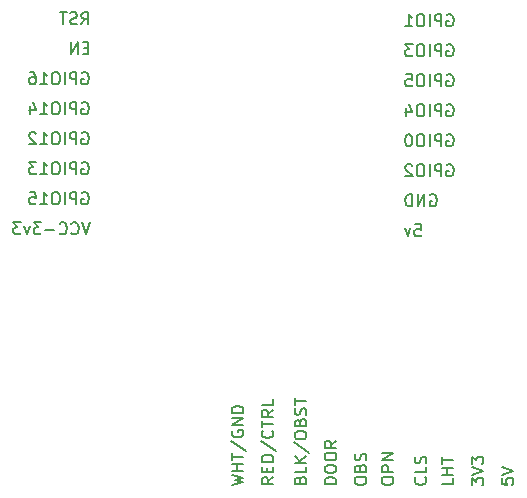
<source format=gbo>
%TF.GenerationSoftware,KiCad,Pcbnew,7.0.8*%
%TF.CreationDate,2023-11-02T17:35:01-07:00*%
%TF.ProjectId,RatGDO-OpenSource-D1Mini-ESP8266,52617447-444f-42d4-9f70-656e536f7572,rev?*%
%TF.SameCoordinates,Original*%
%TF.FileFunction,Legend,Bot*%
%TF.FilePolarity,Positive*%
%FSLAX46Y46*%
G04 Gerber Fmt 4.6, Leading zero omitted, Abs format (unit mm)*
G04 Created by KiCad (PCBNEW 7.0.8) date 2023-11-02 17:35:01*
%MOMM*%
%LPD*%
G01*
G04 APERTURE LIST*
%ADD10C,0.150000*%
G04 APERTURE END LIST*
D10*
X143125819Y-104755792D02*
X142649628Y-105089125D01*
X143125819Y-105327220D02*
X142125819Y-105327220D01*
X142125819Y-105327220D02*
X142125819Y-104946268D01*
X142125819Y-104946268D02*
X142173438Y-104851030D01*
X142173438Y-104851030D02*
X142221057Y-104803411D01*
X142221057Y-104803411D02*
X142316295Y-104755792D01*
X142316295Y-104755792D02*
X142459152Y-104755792D01*
X142459152Y-104755792D02*
X142554390Y-104803411D01*
X142554390Y-104803411D02*
X142602009Y-104851030D01*
X142602009Y-104851030D02*
X142649628Y-104946268D01*
X142649628Y-104946268D02*
X142649628Y-105327220D01*
X142602009Y-104327220D02*
X142602009Y-103993887D01*
X143125819Y-103851030D02*
X143125819Y-104327220D01*
X143125819Y-104327220D02*
X142125819Y-104327220D01*
X142125819Y-104327220D02*
X142125819Y-103851030D01*
X143125819Y-103422458D02*
X142125819Y-103422458D01*
X142125819Y-103422458D02*
X142125819Y-103184363D01*
X142125819Y-103184363D02*
X142173438Y-103041506D01*
X142173438Y-103041506D02*
X142268676Y-102946268D01*
X142268676Y-102946268D02*
X142363914Y-102898649D01*
X142363914Y-102898649D02*
X142554390Y-102851030D01*
X142554390Y-102851030D02*
X142697247Y-102851030D01*
X142697247Y-102851030D02*
X142887723Y-102898649D01*
X142887723Y-102898649D02*
X142982961Y-102946268D01*
X142982961Y-102946268D02*
X143078200Y-103041506D01*
X143078200Y-103041506D02*
X143125819Y-103184363D01*
X143125819Y-103184363D02*
X143125819Y-103422458D01*
X142078200Y-101708173D02*
X143363914Y-102565315D01*
X143030580Y-100803411D02*
X143078200Y-100851030D01*
X143078200Y-100851030D02*
X143125819Y-100993887D01*
X143125819Y-100993887D02*
X143125819Y-101089125D01*
X143125819Y-101089125D02*
X143078200Y-101231982D01*
X143078200Y-101231982D02*
X142982961Y-101327220D01*
X142982961Y-101327220D02*
X142887723Y-101374839D01*
X142887723Y-101374839D02*
X142697247Y-101422458D01*
X142697247Y-101422458D02*
X142554390Y-101422458D01*
X142554390Y-101422458D02*
X142363914Y-101374839D01*
X142363914Y-101374839D02*
X142268676Y-101327220D01*
X142268676Y-101327220D02*
X142173438Y-101231982D01*
X142173438Y-101231982D02*
X142125819Y-101089125D01*
X142125819Y-101089125D02*
X142125819Y-100993887D01*
X142125819Y-100993887D02*
X142173438Y-100851030D01*
X142173438Y-100851030D02*
X142221057Y-100803411D01*
X142125819Y-100517696D02*
X142125819Y-99946268D01*
X143125819Y-100231982D02*
X142125819Y-100231982D01*
X143125819Y-99041506D02*
X142649628Y-99374839D01*
X143125819Y-99612934D02*
X142125819Y-99612934D01*
X142125819Y-99612934D02*
X142125819Y-99231982D01*
X142125819Y-99231982D02*
X142173438Y-99136744D01*
X142173438Y-99136744D02*
X142221057Y-99089125D01*
X142221057Y-99089125D02*
X142316295Y-99041506D01*
X142316295Y-99041506D02*
X142459152Y-99041506D01*
X142459152Y-99041506D02*
X142554390Y-99089125D01*
X142554390Y-99089125D02*
X142602009Y-99136744D01*
X142602009Y-99136744D02*
X142649628Y-99231982D01*
X142649628Y-99231982D02*
X142649628Y-99612934D01*
X143125819Y-98136744D02*
X143125819Y-98612934D01*
X143125819Y-98612934D02*
X142125819Y-98612934D01*
X158365819Y-104851030D02*
X158365819Y-105327220D01*
X158365819Y-105327220D02*
X157365819Y-105327220D01*
X158365819Y-104517696D02*
X157365819Y-104517696D01*
X157842009Y-104517696D02*
X157842009Y-103946268D01*
X158365819Y-103946268D02*
X157365819Y-103946268D01*
X157365819Y-103612934D02*
X157365819Y-103041506D01*
X158365819Y-103327220D02*
X157365819Y-103327220D01*
X162445819Y-104851030D02*
X162445819Y-105327220D01*
X162445819Y-105327220D02*
X162922009Y-105374839D01*
X162922009Y-105374839D02*
X162874390Y-105327220D01*
X162874390Y-105327220D02*
X162826771Y-105231982D01*
X162826771Y-105231982D02*
X162826771Y-104993887D01*
X162826771Y-104993887D02*
X162874390Y-104898649D01*
X162874390Y-104898649D02*
X162922009Y-104851030D01*
X162922009Y-104851030D02*
X163017247Y-104803411D01*
X163017247Y-104803411D02*
X163255342Y-104803411D01*
X163255342Y-104803411D02*
X163350580Y-104851030D01*
X163350580Y-104851030D02*
X163398200Y-104898649D01*
X163398200Y-104898649D02*
X163445819Y-104993887D01*
X163445819Y-104993887D02*
X163445819Y-105231982D01*
X163445819Y-105231982D02*
X163398200Y-105327220D01*
X163398200Y-105327220D02*
X163350580Y-105374839D01*
X162445819Y-104517696D02*
X163445819Y-104184363D01*
X163445819Y-104184363D02*
X162445819Y-103851030D01*
X148459819Y-105327220D02*
X147459819Y-105327220D01*
X147459819Y-105327220D02*
X147459819Y-105089125D01*
X147459819Y-105089125D02*
X147507438Y-104946268D01*
X147507438Y-104946268D02*
X147602676Y-104851030D01*
X147602676Y-104851030D02*
X147697914Y-104803411D01*
X147697914Y-104803411D02*
X147888390Y-104755792D01*
X147888390Y-104755792D02*
X148031247Y-104755792D01*
X148031247Y-104755792D02*
X148221723Y-104803411D01*
X148221723Y-104803411D02*
X148316961Y-104851030D01*
X148316961Y-104851030D02*
X148412200Y-104946268D01*
X148412200Y-104946268D02*
X148459819Y-105089125D01*
X148459819Y-105089125D02*
X148459819Y-105327220D01*
X147459819Y-104136744D02*
X147459819Y-103946268D01*
X147459819Y-103946268D02*
X147507438Y-103851030D01*
X147507438Y-103851030D02*
X147602676Y-103755792D01*
X147602676Y-103755792D02*
X147793152Y-103708173D01*
X147793152Y-103708173D02*
X148126485Y-103708173D01*
X148126485Y-103708173D02*
X148316961Y-103755792D01*
X148316961Y-103755792D02*
X148412200Y-103851030D01*
X148412200Y-103851030D02*
X148459819Y-103946268D01*
X148459819Y-103946268D02*
X148459819Y-104136744D01*
X148459819Y-104136744D02*
X148412200Y-104231982D01*
X148412200Y-104231982D02*
X148316961Y-104327220D01*
X148316961Y-104327220D02*
X148126485Y-104374839D01*
X148126485Y-104374839D02*
X147793152Y-104374839D01*
X147793152Y-104374839D02*
X147602676Y-104327220D01*
X147602676Y-104327220D02*
X147507438Y-104231982D01*
X147507438Y-104231982D02*
X147459819Y-104136744D01*
X147459819Y-103089125D02*
X147459819Y-102898649D01*
X147459819Y-102898649D02*
X147507438Y-102803411D01*
X147507438Y-102803411D02*
X147602676Y-102708173D01*
X147602676Y-102708173D02*
X147793152Y-102660554D01*
X147793152Y-102660554D02*
X148126485Y-102660554D01*
X148126485Y-102660554D02*
X148316961Y-102708173D01*
X148316961Y-102708173D02*
X148412200Y-102803411D01*
X148412200Y-102803411D02*
X148459819Y-102898649D01*
X148459819Y-102898649D02*
X148459819Y-103089125D01*
X148459819Y-103089125D02*
X148412200Y-103184363D01*
X148412200Y-103184363D02*
X148316961Y-103279601D01*
X148316961Y-103279601D02*
X148126485Y-103327220D01*
X148126485Y-103327220D02*
X147793152Y-103327220D01*
X147793152Y-103327220D02*
X147602676Y-103279601D01*
X147602676Y-103279601D02*
X147507438Y-103184363D01*
X147507438Y-103184363D02*
X147459819Y-103089125D01*
X148459819Y-101660554D02*
X147983628Y-101993887D01*
X148459819Y-102231982D02*
X147459819Y-102231982D01*
X147459819Y-102231982D02*
X147459819Y-101851030D01*
X147459819Y-101851030D02*
X147507438Y-101755792D01*
X147507438Y-101755792D02*
X147555057Y-101708173D01*
X147555057Y-101708173D02*
X147650295Y-101660554D01*
X147650295Y-101660554D02*
X147793152Y-101660554D01*
X147793152Y-101660554D02*
X147888390Y-101708173D01*
X147888390Y-101708173D02*
X147936009Y-101755792D01*
X147936009Y-101755792D02*
X147983628Y-101851030D01*
X147983628Y-101851030D02*
X147983628Y-102231982D01*
X152285819Y-105136744D02*
X152285819Y-104946268D01*
X152285819Y-104946268D02*
X152333438Y-104851030D01*
X152333438Y-104851030D02*
X152428676Y-104755792D01*
X152428676Y-104755792D02*
X152619152Y-104708173D01*
X152619152Y-104708173D02*
X152952485Y-104708173D01*
X152952485Y-104708173D02*
X153142961Y-104755792D01*
X153142961Y-104755792D02*
X153238200Y-104851030D01*
X153238200Y-104851030D02*
X153285819Y-104946268D01*
X153285819Y-104946268D02*
X153285819Y-105136744D01*
X153285819Y-105136744D02*
X153238200Y-105231982D01*
X153238200Y-105231982D02*
X153142961Y-105327220D01*
X153142961Y-105327220D02*
X152952485Y-105374839D01*
X152952485Y-105374839D02*
X152619152Y-105374839D01*
X152619152Y-105374839D02*
X152428676Y-105327220D01*
X152428676Y-105327220D02*
X152333438Y-105231982D01*
X152333438Y-105231982D02*
X152285819Y-105136744D01*
X153285819Y-104279601D02*
X152285819Y-104279601D01*
X152285819Y-104279601D02*
X152285819Y-103898649D01*
X152285819Y-103898649D02*
X152333438Y-103803411D01*
X152333438Y-103803411D02*
X152381057Y-103755792D01*
X152381057Y-103755792D02*
X152476295Y-103708173D01*
X152476295Y-103708173D02*
X152619152Y-103708173D01*
X152619152Y-103708173D02*
X152714390Y-103755792D01*
X152714390Y-103755792D02*
X152762009Y-103803411D01*
X152762009Y-103803411D02*
X152809628Y-103898649D01*
X152809628Y-103898649D02*
X152809628Y-104279601D01*
X153285819Y-103279601D02*
X152285819Y-103279601D01*
X152285819Y-103279601D02*
X153285819Y-102708173D01*
X153285819Y-102708173D02*
X152285819Y-102708173D01*
X145396009Y-104993887D02*
X145443628Y-104851030D01*
X145443628Y-104851030D02*
X145491247Y-104803411D01*
X145491247Y-104803411D02*
X145586485Y-104755792D01*
X145586485Y-104755792D02*
X145729342Y-104755792D01*
X145729342Y-104755792D02*
X145824580Y-104803411D01*
X145824580Y-104803411D02*
X145872200Y-104851030D01*
X145872200Y-104851030D02*
X145919819Y-104946268D01*
X145919819Y-104946268D02*
X145919819Y-105327220D01*
X145919819Y-105327220D02*
X144919819Y-105327220D01*
X144919819Y-105327220D02*
X144919819Y-104993887D01*
X144919819Y-104993887D02*
X144967438Y-104898649D01*
X144967438Y-104898649D02*
X145015057Y-104851030D01*
X145015057Y-104851030D02*
X145110295Y-104803411D01*
X145110295Y-104803411D02*
X145205533Y-104803411D01*
X145205533Y-104803411D02*
X145300771Y-104851030D01*
X145300771Y-104851030D02*
X145348390Y-104898649D01*
X145348390Y-104898649D02*
X145396009Y-104993887D01*
X145396009Y-104993887D02*
X145396009Y-105327220D01*
X145919819Y-103851030D02*
X145919819Y-104327220D01*
X145919819Y-104327220D02*
X144919819Y-104327220D01*
X145919819Y-103517696D02*
X144919819Y-103517696D01*
X145919819Y-102946268D02*
X145348390Y-103374839D01*
X144919819Y-102946268D02*
X145491247Y-103517696D01*
X144872200Y-101803411D02*
X146157914Y-102660553D01*
X144919819Y-101279601D02*
X144919819Y-101089125D01*
X144919819Y-101089125D02*
X144967438Y-100993887D01*
X144967438Y-100993887D02*
X145062676Y-100898649D01*
X145062676Y-100898649D02*
X145253152Y-100851030D01*
X145253152Y-100851030D02*
X145586485Y-100851030D01*
X145586485Y-100851030D02*
X145776961Y-100898649D01*
X145776961Y-100898649D02*
X145872200Y-100993887D01*
X145872200Y-100993887D02*
X145919819Y-101089125D01*
X145919819Y-101089125D02*
X145919819Y-101279601D01*
X145919819Y-101279601D02*
X145872200Y-101374839D01*
X145872200Y-101374839D02*
X145776961Y-101470077D01*
X145776961Y-101470077D02*
X145586485Y-101517696D01*
X145586485Y-101517696D02*
X145253152Y-101517696D01*
X145253152Y-101517696D02*
X145062676Y-101470077D01*
X145062676Y-101470077D02*
X144967438Y-101374839D01*
X144967438Y-101374839D02*
X144919819Y-101279601D01*
X145396009Y-100089125D02*
X145443628Y-99946268D01*
X145443628Y-99946268D02*
X145491247Y-99898649D01*
X145491247Y-99898649D02*
X145586485Y-99851030D01*
X145586485Y-99851030D02*
X145729342Y-99851030D01*
X145729342Y-99851030D02*
X145824580Y-99898649D01*
X145824580Y-99898649D02*
X145872200Y-99946268D01*
X145872200Y-99946268D02*
X145919819Y-100041506D01*
X145919819Y-100041506D02*
X145919819Y-100422458D01*
X145919819Y-100422458D02*
X144919819Y-100422458D01*
X144919819Y-100422458D02*
X144919819Y-100089125D01*
X144919819Y-100089125D02*
X144967438Y-99993887D01*
X144967438Y-99993887D02*
X145015057Y-99946268D01*
X145015057Y-99946268D02*
X145110295Y-99898649D01*
X145110295Y-99898649D02*
X145205533Y-99898649D01*
X145205533Y-99898649D02*
X145300771Y-99946268D01*
X145300771Y-99946268D02*
X145348390Y-99993887D01*
X145348390Y-99993887D02*
X145396009Y-100089125D01*
X145396009Y-100089125D02*
X145396009Y-100422458D01*
X145872200Y-99470077D02*
X145919819Y-99327220D01*
X145919819Y-99327220D02*
X145919819Y-99089125D01*
X145919819Y-99089125D02*
X145872200Y-98993887D01*
X145872200Y-98993887D02*
X145824580Y-98946268D01*
X145824580Y-98946268D02*
X145729342Y-98898649D01*
X145729342Y-98898649D02*
X145634104Y-98898649D01*
X145634104Y-98898649D02*
X145538866Y-98946268D01*
X145538866Y-98946268D02*
X145491247Y-98993887D01*
X145491247Y-98993887D02*
X145443628Y-99089125D01*
X145443628Y-99089125D02*
X145396009Y-99279601D01*
X145396009Y-99279601D02*
X145348390Y-99374839D01*
X145348390Y-99374839D02*
X145300771Y-99422458D01*
X145300771Y-99422458D02*
X145205533Y-99470077D01*
X145205533Y-99470077D02*
X145110295Y-99470077D01*
X145110295Y-99470077D02*
X145015057Y-99422458D01*
X145015057Y-99422458D02*
X144967438Y-99374839D01*
X144967438Y-99374839D02*
X144919819Y-99279601D01*
X144919819Y-99279601D02*
X144919819Y-99041506D01*
X144919819Y-99041506D02*
X144967438Y-98898649D01*
X144919819Y-98612934D02*
X144919819Y-98041506D01*
X145919819Y-98327220D02*
X144919819Y-98327220D01*
X149999819Y-105136744D02*
X149999819Y-104946268D01*
X149999819Y-104946268D02*
X150047438Y-104851030D01*
X150047438Y-104851030D02*
X150142676Y-104755792D01*
X150142676Y-104755792D02*
X150333152Y-104708173D01*
X150333152Y-104708173D02*
X150666485Y-104708173D01*
X150666485Y-104708173D02*
X150856961Y-104755792D01*
X150856961Y-104755792D02*
X150952200Y-104851030D01*
X150952200Y-104851030D02*
X150999819Y-104946268D01*
X150999819Y-104946268D02*
X150999819Y-105136744D01*
X150999819Y-105136744D02*
X150952200Y-105231982D01*
X150952200Y-105231982D02*
X150856961Y-105327220D01*
X150856961Y-105327220D02*
X150666485Y-105374839D01*
X150666485Y-105374839D02*
X150333152Y-105374839D01*
X150333152Y-105374839D02*
X150142676Y-105327220D01*
X150142676Y-105327220D02*
X150047438Y-105231982D01*
X150047438Y-105231982D02*
X149999819Y-105136744D01*
X150476009Y-103946268D02*
X150523628Y-103803411D01*
X150523628Y-103803411D02*
X150571247Y-103755792D01*
X150571247Y-103755792D02*
X150666485Y-103708173D01*
X150666485Y-103708173D02*
X150809342Y-103708173D01*
X150809342Y-103708173D02*
X150904580Y-103755792D01*
X150904580Y-103755792D02*
X150952200Y-103803411D01*
X150952200Y-103803411D02*
X150999819Y-103898649D01*
X150999819Y-103898649D02*
X150999819Y-104279601D01*
X150999819Y-104279601D02*
X149999819Y-104279601D01*
X149999819Y-104279601D02*
X149999819Y-103946268D01*
X149999819Y-103946268D02*
X150047438Y-103851030D01*
X150047438Y-103851030D02*
X150095057Y-103803411D01*
X150095057Y-103803411D02*
X150190295Y-103755792D01*
X150190295Y-103755792D02*
X150285533Y-103755792D01*
X150285533Y-103755792D02*
X150380771Y-103803411D01*
X150380771Y-103803411D02*
X150428390Y-103851030D01*
X150428390Y-103851030D02*
X150476009Y-103946268D01*
X150476009Y-103946268D02*
X150476009Y-104279601D01*
X150952200Y-103327220D02*
X150999819Y-103184363D01*
X150999819Y-103184363D02*
X150999819Y-102946268D01*
X150999819Y-102946268D02*
X150952200Y-102851030D01*
X150952200Y-102851030D02*
X150904580Y-102803411D01*
X150904580Y-102803411D02*
X150809342Y-102755792D01*
X150809342Y-102755792D02*
X150714104Y-102755792D01*
X150714104Y-102755792D02*
X150618866Y-102803411D01*
X150618866Y-102803411D02*
X150571247Y-102851030D01*
X150571247Y-102851030D02*
X150523628Y-102946268D01*
X150523628Y-102946268D02*
X150476009Y-103136744D01*
X150476009Y-103136744D02*
X150428390Y-103231982D01*
X150428390Y-103231982D02*
X150380771Y-103279601D01*
X150380771Y-103279601D02*
X150285533Y-103327220D01*
X150285533Y-103327220D02*
X150190295Y-103327220D01*
X150190295Y-103327220D02*
X150095057Y-103279601D01*
X150095057Y-103279601D02*
X150047438Y-103231982D01*
X150047438Y-103231982D02*
X149999819Y-103136744D01*
X149999819Y-103136744D02*
X149999819Y-102898649D01*
X149999819Y-102898649D02*
X150047438Y-102755792D01*
X155984580Y-104755792D02*
X156032200Y-104803411D01*
X156032200Y-104803411D02*
X156079819Y-104946268D01*
X156079819Y-104946268D02*
X156079819Y-105041506D01*
X156079819Y-105041506D02*
X156032200Y-105184363D01*
X156032200Y-105184363D02*
X155936961Y-105279601D01*
X155936961Y-105279601D02*
X155841723Y-105327220D01*
X155841723Y-105327220D02*
X155651247Y-105374839D01*
X155651247Y-105374839D02*
X155508390Y-105374839D01*
X155508390Y-105374839D02*
X155317914Y-105327220D01*
X155317914Y-105327220D02*
X155222676Y-105279601D01*
X155222676Y-105279601D02*
X155127438Y-105184363D01*
X155127438Y-105184363D02*
X155079819Y-105041506D01*
X155079819Y-105041506D02*
X155079819Y-104946268D01*
X155079819Y-104946268D02*
X155127438Y-104803411D01*
X155127438Y-104803411D02*
X155175057Y-104755792D01*
X156079819Y-103851030D02*
X156079819Y-104327220D01*
X156079819Y-104327220D02*
X155079819Y-104327220D01*
X156032200Y-103565315D02*
X156079819Y-103422458D01*
X156079819Y-103422458D02*
X156079819Y-103184363D01*
X156079819Y-103184363D02*
X156032200Y-103089125D01*
X156032200Y-103089125D02*
X155984580Y-103041506D01*
X155984580Y-103041506D02*
X155889342Y-102993887D01*
X155889342Y-102993887D02*
X155794104Y-102993887D01*
X155794104Y-102993887D02*
X155698866Y-103041506D01*
X155698866Y-103041506D02*
X155651247Y-103089125D01*
X155651247Y-103089125D02*
X155603628Y-103184363D01*
X155603628Y-103184363D02*
X155556009Y-103374839D01*
X155556009Y-103374839D02*
X155508390Y-103470077D01*
X155508390Y-103470077D02*
X155460771Y-103517696D01*
X155460771Y-103517696D02*
X155365533Y-103565315D01*
X155365533Y-103565315D02*
X155270295Y-103565315D01*
X155270295Y-103565315D02*
X155175057Y-103517696D01*
X155175057Y-103517696D02*
X155127438Y-103470077D01*
X155127438Y-103470077D02*
X155079819Y-103374839D01*
X155079819Y-103374839D02*
X155079819Y-103136744D01*
X155079819Y-103136744D02*
X155127438Y-102993887D01*
X159905819Y-105422458D02*
X159905819Y-104803411D01*
X159905819Y-104803411D02*
X160286771Y-105136744D01*
X160286771Y-105136744D02*
X160286771Y-104993887D01*
X160286771Y-104993887D02*
X160334390Y-104898649D01*
X160334390Y-104898649D02*
X160382009Y-104851030D01*
X160382009Y-104851030D02*
X160477247Y-104803411D01*
X160477247Y-104803411D02*
X160715342Y-104803411D01*
X160715342Y-104803411D02*
X160810580Y-104851030D01*
X160810580Y-104851030D02*
X160858200Y-104898649D01*
X160858200Y-104898649D02*
X160905819Y-104993887D01*
X160905819Y-104993887D02*
X160905819Y-105279601D01*
X160905819Y-105279601D02*
X160858200Y-105374839D01*
X160858200Y-105374839D02*
X160810580Y-105422458D01*
X159905819Y-104517696D02*
X160905819Y-104184363D01*
X160905819Y-104184363D02*
X159905819Y-103851030D01*
X159905819Y-103612934D02*
X159905819Y-102993887D01*
X159905819Y-102993887D02*
X160286771Y-103327220D01*
X160286771Y-103327220D02*
X160286771Y-103184363D01*
X160286771Y-103184363D02*
X160334390Y-103089125D01*
X160334390Y-103089125D02*
X160382009Y-103041506D01*
X160382009Y-103041506D02*
X160477247Y-102993887D01*
X160477247Y-102993887D02*
X160715342Y-102993887D01*
X160715342Y-102993887D02*
X160810580Y-103041506D01*
X160810580Y-103041506D02*
X160858200Y-103089125D01*
X160858200Y-103089125D02*
X160905819Y-103184363D01*
X160905819Y-103184363D02*
X160905819Y-103470077D01*
X160905819Y-103470077D02*
X160858200Y-103565315D01*
X160858200Y-103565315D02*
X160810580Y-103612934D01*
X139585819Y-105422458D02*
X140585819Y-105184363D01*
X140585819Y-105184363D02*
X139871533Y-104993887D01*
X139871533Y-104993887D02*
X140585819Y-104803411D01*
X140585819Y-104803411D02*
X139585819Y-104565316D01*
X140585819Y-104184363D02*
X139585819Y-104184363D01*
X140062009Y-104184363D02*
X140062009Y-103612935D01*
X140585819Y-103612935D02*
X139585819Y-103612935D01*
X139585819Y-103279601D02*
X139585819Y-102708173D01*
X140585819Y-102993887D02*
X139585819Y-102993887D01*
X139538200Y-101660554D02*
X140823914Y-102517696D01*
X139633438Y-100803411D02*
X139585819Y-100898649D01*
X139585819Y-100898649D02*
X139585819Y-101041506D01*
X139585819Y-101041506D02*
X139633438Y-101184363D01*
X139633438Y-101184363D02*
X139728676Y-101279601D01*
X139728676Y-101279601D02*
X139823914Y-101327220D01*
X139823914Y-101327220D02*
X140014390Y-101374839D01*
X140014390Y-101374839D02*
X140157247Y-101374839D01*
X140157247Y-101374839D02*
X140347723Y-101327220D01*
X140347723Y-101327220D02*
X140442961Y-101279601D01*
X140442961Y-101279601D02*
X140538200Y-101184363D01*
X140538200Y-101184363D02*
X140585819Y-101041506D01*
X140585819Y-101041506D02*
X140585819Y-100946268D01*
X140585819Y-100946268D02*
X140538200Y-100803411D01*
X140538200Y-100803411D02*
X140490580Y-100755792D01*
X140490580Y-100755792D02*
X140157247Y-100755792D01*
X140157247Y-100755792D02*
X140157247Y-100946268D01*
X140585819Y-100327220D02*
X139585819Y-100327220D01*
X139585819Y-100327220D02*
X140585819Y-99755792D01*
X140585819Y-99755792D02*
X139585819Y-99755792D01*
X140585819Y-99279601D02*
X139585819Y-99279601D01*
X139585819Y-99279601D02*
X139585819Y-99041506D01*
X139585819Y-99041506D02*
X139633438Y-98898649D01*
X139633438Y-98898649D02*
X139728676Y-98803411D01*
X139728676Y-98803411D02*
X139823914Y-98755792D01*
X139823914Y-98755792D02*
X140014390Y-98708173D01*
X140014390Y-98708173D02*
X140157247Y-98708173D01*
X140157247Y-98708173D02*
X140347723Y-98755792D01*
X140347723Y-98755792D02*
X140442961Y-98803411D01*
X140442961Y-98803411D02*
X140538200Y-98898649D01*
X140538200Y-98898649D02*
X140585819Y-99041506D01*
X140585819Y-99041506D02*
X140585819Y-99279601D01*
X157820651Y-75773427D02*
X157915889Y-75725808D01*
X157915889Y-75725808D02*
X158058746Y-75725808D01*
X158058746Y-75725808D02*
X158201603Y-75773427D01*
X158201603Y-75773427D02*
X158296841Y-75868665D01*
X158296841Y-75868665D02*
X158344460Y-75963903D01*
X158344460Y-75963903D02*
X158392079Y-76154379D01*
X158392079Y-76154379D02*
X158392079Y-76297236D01*
X158392079Y-76297236D02*
X158344460Y-76487712D01*
X158344460Y-76487712D02*
X158296841Y-76582950D01*
X158296841Y-76582950D02*
X158201603Y-76678189D01*
X158201603Y-76678189D02*
X158058746Y-76725808D01*
X158058746Y-76725808D02*
X157963508Y-76725808D01*
X157963508Y-76725808D02*
X157820651Y-76678189D01*
X157820651Y-76678189D02*
X157773032Y-76630569D01*
X157773032Y-76630569D02*
X157773032Y-76297236D01*
X157773032Y-76297236D02*
X157963508Y-76297236D01*
X157344460Y-76725808D02*
X157344460Y-75725808D01*
X157344460Y-75725808D02*
X156963508Y-75725808D01*
X156963508Y-75725808D02*
X156868270Y-75773427D01*
X156868270Y-75773427D02*
X156820651Y-75821046D01*
X156820651Y-75821046D02*
X156773032Y-75916284D01*
X156773032Y-75916284D02*
X156773032Y-76059141D01*
X156773032Y-76059141D02*
X156820651Y-76154379D01*
X156820651Y-76154379D02*
X156868270Y-76201998D01*
X156868270Y-76201998D02*
X156963508Y-76249617D01*
X156963508Y-76249617D02*
X157344460Y-76249617D01*
X156344460Y-76725808D02*
X156344460Y-75725808D01*
X155677794Y-75725808D02*
X155487318Y-75725808D01*
X155487318Y-75725808D02*
X155392080Y-75773427D01*
X155392080Y-75773427D02*
X155296842Y-75868665D01*
X155296842Y-75868665D02*
X155249223Y-76059141D01*
X155249223Y-76059141D02*
X155249223Y-76392474D01*
X155249223Y-76392474D02*
X155296842Y-76582950D01*
X155296842Y-76582950D02*
X155392080Y-76678189D01*
X155392080Y-76678189D02*
X155487318Y-76725808D01*
X155487318Y-76725808D02*
X155677794Y-76725808D01*
X155677794Y-76725808D02*
X155773032Y-76678189D01*
X155773032Y-76678189D02*
X155868270Y-76582950D01*
X155868270Y-76582950D02*
X155915889Y-76392474D01*
X155915889Y-76392474D02*
X155915889Y-76059141D01*
X155915889Y-76059141D02*
X155868270Y-75868665D01*
X155868270Y-75868665D02*
X155773032Y-75773427D01*
X155773032Y-75773427D02*
X155677794Y-75725808D01*
X154630175Y-75725808D02*
X154534937Y-75725808D01*
X154534937Y-75725808D02*
X154439699Y-75773427D01*
X154439699Y-75773427D02*
X154392080Y-75821046D01*
X154392080Y-75821046D02*
X154344461Y-75916284D01*
X154344461Y-75916284D02*
X154296842Y-76106760D01*
X154296842Y-76106760D02*
X154296842Y-76344855D01*
X154296842Y-76344855D02*
X154344461Y-76535331D01*
X154344461Y-76535331D02*
X154392080Y-76630569D01*
X154392080Y-76630569D02*
X154439699Y-76678189D01*
X154439699Y-76678189D02*
X154534937Y-76725808D01*
X154534937Y-76725808D02*
X154630175Y-76725808D01*
X154630175Y-76725808D02*
X154725413Y-76678189D01*
X154725413Y-76678189D02*
X154773032Y-76630569D01*
X154773032Y-76630569D02*
X154820651Y-76535331D01*
X154820651Y-76535331D02*
X154868270Y-76344855D01*
X154868270Y-76344855D02*
X154868270Y-76106760D01*
X154868270Y-76106760D02*
X154820651Y-75916284D01*
X154820651Y-75916284D02*
X154773032Y-75821046D01*
X154773032Y-75821046D02*
X154725413Y-75773427D01*
X154725413Y-75773427D02*
X154630175Y-75725808D01*
X126877700Y-66395116D02*
X127211033Y-65918925D01*
X127449128Y-66395116D02*
X127449128Y-65395116D01*
X127449128Y-65395116D02*
X127068176Y-65395116D01*
X127068176Y-65395116D02*
X126972938Y-65442735D01*
X126972938Y-65442735D02*
X126925319Y-65490354D01*
X126925319Y-65490354D02*
X126877700Y-65585592D01*
X126877700Y-65585592D02*
X126877700Y-65728449D01*
X126877700Y-65728449D02*
X126925319Y-65823687D01*
X126925319Y-65823687D02*
X126972938Y-65871306D01*
X126972938Y-65871306D02*
X127068176Y-65918925D01*
X127068176Y-65918925D02*
X127449128Y-65918925D01*
X126496747Y-66347497D02*
X126353890Y-66395116D01*
X126353890Y-66395116D02*
X126115795Y-66395116D01*
X126115795Y-66395116D02*
X126020557Y-66347497D01*
X126020557Y-66347497D02*
X125972938Y-66299877D01*
X125972938Y-66299877D02*
X125925319Y-66204639D01*
X125925319Y-66204639D02*
X125925319Y-66109401D01*
X125925319Y-66109401D02*
X125972938Y-66014163D01*
X125972938Y-66014163D02*
X126020557Y-65966544D01*
X126020557Y-65966544D02*
X126115795Y-65918925D01*
X126115795Y-65918925D02*
X126306271Y-65871306D01*
X126306271Y-65871306D02*
X126401509Y-65823687D01*
X126401509Y-65823687D02*
X126449128Y-65776068D01*
X126449128Y-65776068D02*
X126496747Y-65680830D01*
X126496747Y-65680830D02*
X126496747Y-65585592D01*
X126496747Y-65585592D02*
X126449128Y-65490354D01*
X126449128Y-65490354D02*
X126401509Y-65442735D01*
X126401509Y-65442735D02*
X126306271Y-65395116D01*
X126306271Y-65395116D02*
X126068176Y-65395116D01*
X126068176Y-65395116D02*
X125925319Y-65442735D01*
X125639604Y-65395116D02*
X125068176Y-65395116D01*
X125353890Y-66395116D02*
X125353890Y-65395116D01*
X157820651Y-70693427D02*
X157915889Y-70645808D01*
X157915889Y-70645808D02*
X158058746Y-70645808D01*
X158058746Y-70645808D02*
X158201603Y-70693427D01*
X158201603Y-70693427D02*
X158296841Y-70788665D01*
X158296841Y-70788665D02*
X158344460Y-70883903D01*
X158344460Y-70883903D02*
X158392079Y-71074379D01*
X158392079Y-71074379D02*
X158392079Y-71217236D01*
X158392079Y-71217236D02*
X158344460Y-71407712D01*
X158344460Y-71407712D02*
X158296841Y-71502950D01*
X158296841Y-71502950D02*
X158201603Y-71598189D01*
X158201603Y-71598189D02*
X158058746Y-71645808D01*
X158058746Y-71645808D02*
X157963508Y-71645808D01*
X157963508Y-71645808D02*
X157820651Y-71598189D01*
X157820651Y-71598189D02*
X157773032Y-71550569D01*
X157773032Y-71550569D02*
X157773032Y-71217236D01*
X157773032Y-71217236D02*
X157963508Y-71217236D01*
X157344460Y-71645808D02*
X157344460Y-70645808D01*
X157344460Y-70645808D02*
X156963508Y-70645808D01*
X156963508Y-70645808D02*
X156868270Y-70693427D01*
X156868270Y-70693427D02*
X156820651Y-70741046D01*
X156820651Y-70741046D02*
X156773032Y-70836284D01*
X156773032Y-70836284D02*
X156773032Y-70979141D01*
X156773032Y-70979141D02*
X156820651Y-71074379D01*
X156820651Y-71074379D02*
X156868270Y-71121998D01*
X156868270Y-71121998D02*
X156963508Y-71169617D01*
X156963508Y-71169617D02*
X157344460Y-71169617D01*
X156344460Y-71645808D02*
X156344460Y-70645808D01*
X155677794Y-70645808D02*
X155487318Y-70645808D01*
X155487318Y-70645808D02*
X155392080Y-70693427D01*
X155392080Y-70693427D02*
X155296842Y-70788665D01*
X155296842Y-70788665D02*
X155249223Y-70979141D01*
X155249223Y-70979141D02*
X155249223Y-71312474D01*
X155249223Y-71312474D02*
X155296842Y-71502950D01*
X155296842Y-71502950D02*
X155392080Y-71598189D01*
X155392080Y-71598189D02*
X155487318Y-71645808D01*
X155487318Y-71645808D02*
X155677794Y-71645808D01*
X155677794Y-71645808D02*
X155773032Y-71598189D01*
X155773032Y-71598189D02*
X155868270Y-71502950D01*
X155868270Y-71502950D02*
X155915889Y-71312474D01*
X155915889Y-71312474D02*
X155915889Y-70979141D01*
X155915889Y-70979141D02*
X155868270Y-70788665D01*
X155868270Y-70788665D02*
X155773032Y-70693427D01*
X155773032Y-70693427D02*
X155677794Y-70645808D01*
X154344461Y-70645808D02*
X154820651Y-70645808D01*
X154820651Y-70645808D02*
X154868270Y-71121998D01*
X154868270Y-71121998D02*
X154820651Y-71074379D01*
X154820651Y-71074379D02*
X154725413Y-71026760D01*
X154725413Y-71026760D02*
X154487318Y-71026760D01*
X154487318Y-71026760D02*
X154392080Y-71074379D01*
X154392080Y-71074379D02*
X154344461Y-71121998D01*
X154344461Y-71121998D02*
X154296842Y-71217236D01*
X154296842Y-71217236D02*
X154296842Y-71455331D01*
X154296842Y-71455331D02*
X154344461Y-71550569D01*
X154344461Y-71550569D02*
X154392080Y-71598189D01*
X154392080Y-71598189D02*
X154487318Y-71645808D01*
X154487318Y-71645808D02*
X154725413Y-71645808D01*
X154725413Y-71645808D02*
X154820651Y-71598189D01*
X154820651Y-71598189D02*
X154868270Y-71550569D01*
X157820651Y-68153427D02*
X157915889Y-68105808D01*
X157915889Y-68105808D02*
X158058746Y-68105808D01*
X158058746Y-68105808D02*
X158201603Y-68153427D01*
X158201603Y-68153427D02*
X158296841Y-68248665D01*
X158296841Y-68248665D02*
X158344460Y-68343903D01*
X158344460Y-68343903D02*
X158392079Y-68534379D01*
X158392079Y-68534379D02*
X158392079Y-68677236D01*
X158392079Y-68677236D02*
X158344460Y-68867712D01*
X158344460Y-68867712D02*
X158296841Y-68962950D01*
X158296841Y-68962950D02*
X158201603Y-69058189D01*
X158201603Y-69058189D02*
X158058746Y-69105808D01*
X158058746Y-69105808D02*
X157963508Y-69105808D01*
X157963508Y-69105808D02*
X157820651Y-69058189D01*
X157820651Y-69058189D02*
X157773032Y-69010569D01*
X157773032Y-69010569D02*
X157773032Y-68677236D01*
X157773032Y-68677236D02*
X157963508Y-68677236D01*
X157344460Y-69105808D02*
X157344460Y-68105808D01*
X157344460Y-68105808D02*
X156963508Y-68105808D01*
X156963508Y-68105808D02*
X156868270Y-68153427D01*
X156868270Y-68153427D02*
X156820651Y-68201046D01*
X156820651Y-68201046D02*
X156773032Y-68296284D01*
X156773032Y-68296284D02*
X156773032Y-68439141D01*
X156773032Y-68439141D02*
X156820651Y-68534379D01*
X156820651Y-68534379D02*
X156868270Y-68581998D01*
X156868270Y-68581998D02*
X156963508Y-68629617D01*
X156963508Y-68629617D02*
X157344460Y-68629617D01*
X156344460Y-69105808D02*
X156344460Y-68105808D01*
X155677794Y-68105808D02*
X155487318Y-68105808D01*
X155487318Y-68105808D02*
X155392080Y-68153427D01*
X155392080Y-68153427D02*
X155296842Y-68248665D01*
X155296842Y-68248665D02*
X155249223Y-68439141D01*
X155249223Y-68439141D02*
X155249223Y-68772474D01*
X155249223Y-68772474D02*
X155296842Y-68962950D01*
X155296842Y-68962950D02*
X155392080Y-69058189D01*
X155392080Y-69058189D02*
X155487318Y-69105808D01*
X155487318Y-69105808D02*
X155677794Y-69105808D01*
X155677794Y-69105808D02*
X155773032Y-69058189D01*
X155773032Y-69058189D02*
X155868270Y-68962950D01*
X155868270Y-68962950D02*
X155915889Y-68772474D01*
X155915889Y-68772474D02*
X155915889Y-68439141D01*
X155915889Y-68439141D02*
X155868270Y-68248665D01*
X155868270Y-68248665D02*
X155773032Y-68153427D01*
X155773032Y-68153427D02*
X155677794Y-68105808D01*
X154915889Y-68105808D02*
X154296842Y-68105808D01*
X154296842Y-68105808D02*
X154630175Y-68486760D01*
X154630175Y-68486760D02*
X154487318Y-68486760D01*
X154487318Y-68486760D02*
X154392080Y-68534379D01*
X154392080Y-68534379D02*
X154344461Y-68581998D01*
X154344461Y-68581998D02*
X154296842Y-68677236D01*
X154296842Y-68677236D02*
X154296842Y-68915331D01*
X154296842Y-68915331D02*
X154344461Y-69010569D01*
X154344461Y-69010569D02*
X154392080Y-69058189D01*
X154392080Y-69058189D02*
X154487318Y-69105808D01*
X154487318Y-69105808D02*
X154773032Y-69105808D01*
X154773032Y-69105808D02*
X154868270Y-69058189D01*
X154868270Y-69058189D02*
X154915889Y-69010569D01*
X157820651Y-78313427D02*
X157915889Y-78265808D01*
X157915889Y-78265808D02*
X158058746Y-78265808D01*
X158058746Y-78265808D02*
X158201603Y-78313427D01*
X158201603Y-78313427D02*
X158296841Y-78408665D01*
X158296841Y-78408665D02*
X158344460Y-78503903D01*
X158344460Y-78503903D02*
X158392079Y-78694379D01*
X158392079Y-78694379D02*
X158392079Y-78837236D01*
X158392079Y-78837236D02*
X158344460Y-79027712D01*
X158344460Y-79027712D02*
X158296841Y-79122950D01*
X158296841Y-79122950D02*
X158201603Y-79218189D01*
X158201603Y-79218189D02*
X158058746Y-79265808D01*
X158058746Y-79265808D02*
X157963508Y-79265808D01*
X157963508Y-79265808D02*
X157820651Y-79218189D01*
X157820651Y-79218189D02*
X157773032Y-79170569D01*
X157773032Y-79170569D02*
X157773032Y-78837236D01*
X157773032Y-78837236D02*
X157963508Y-78837236D01*
X157344460Y-79265808D02*
X157344460Y-78265808D01*
X157344460Y-78265808D02*
X156963508Y-78265808D01*
X156963508Y-78265808D02*
X156868270Y-78313427D01*
X156868270Y-78313427D02*
X156820651Y-78361046D01*
X156820651Y-78361046D02*
X156773032Y-78456284D01*
X156773032Y-78456284D02*
X156773032Y-78599141D01*
X156773032Y-78599141D02*
X156820651Y-78694379D01*
X156820651Y-78694379D02*
X156868270Y-78741998D01*
X156868270Y-78741998D02*
X156963508Y-78789617D01*
X156963508Y-78789617D02*
X157344460Y-78789617D01*
X156344460Y-79265808D02*
X156344460Y-78265808D01*
X155677794Y-78265808D02*
X155487318Y-78265808D01*
X155487318Y-78265808D02*
X155392080Y-78313427D01*
X155392080Y-78313427D02*
X155296842Y-78408665D01*
X155296842Y-78408665D02*
X155249223Y-78599141D01*
X155249223Y-78599141D02*
X155249223Y-78932474D01*
X155249223Y-78932474D02*
X155296842Y-79122950D01*
X155296842Y-79122950D02*
X155392080Y-79218189D01*
X155392080Y-79218189D02*
X155487318Y-79265808D01*
X155487318Y-79265808D02*
X155677794Y-79265808D01*
X155677794Y-79265808D02*
X155773032Y-79218189D01*
X155773032Y-79218189D02*
X155868270Y-79122950D01*
X155868270Y-79122950D02*
X155915889Y-78932474D01*
X155915889Y-78932474D02*
X155915889Y-78599141D01*
X155915889Y-78599141D02*
X155868270Y-78408665D01*
X155868270Y-78408665D02*
X155773032Y-78313427D01*
X155773032Y-78313427D02*
X155677794Y-78265808D01*
X154868270Y-78361046D02*
X154820651Y-78313427D01*
X154820651Y-78313427D02*
X154725413Y-78265808D01*
X154725413Y-78265808D02*
X154487318Y-78265808D01*
X154487318Y-78265808D02*
X154392080Y-78313427D01*
X154392080Y-78313427D02*
X154344461Y-78361046D01*
X154344461Y-78361046D02*
X154296842Y-78456284D01*
X154296842Y-78456284D02*
X154296842Y-78551522D01*
X154296842Y-78551522D02*
X154344461Y-78694379D01*
X154344461Y-78694379D02*
X154915889Y-79265808D01*
X154915889Y-79265808D02*
X154296842Y-79265808D01*
X126925319Y-78142735D02*
X127020557Y-78095116D01*
X127020557Y-78095116D02*
X127163414Y-78095116D01*
X127163414Y-78095116D02*
X127306271Y-78142735D01*
X127306271Y-78142735D02*
X127401509Y-78237973D01*
X127401509Y-78237973D02*
X127449128Y-78333211D01*
X127449128Y-78333211D02*
X127496747Y-78523687D01*
X127496747Y-78523687D02*
X127496747Y-78666544D01*
X127496747Y-78666544D02*
X127449128Y-78857020D01*
X127449128Y-78857020D02*
X127401509Y-78952258D01*
X127401509Y-78952258D02*
X127306271Y-79047497D01*
X127306271Y-79047497D02*
X127163414Y-79095116D01*
X127163414Y-79095116D02*
X127068176Y-79095116D01*
X127068176Y-79095116D02*
X126925319Y-79047497D01*
X126925319Y-79047497D02*
X126877700Y-78999877D01*
X126877700Y-78999877D02*
X126877700Y-78666544D01*
X126877700Y-78666544D02*
X127068176Y-78666544D01*
X126449128Y-79095116D02*
X126449128Y-78095116D01*
X126449128Y-78095116D02*
X126068176Y-78095116D01*
X126068176Y-78095116D02*
X125972938Y-78142735D01*
X125972938Y-78142735D02*
X125925319Y-78190354D01*
X125925319Y-78190354D02*
X125877700Y-78285592D01*
X125877700Y-78285592D02*
X125877700Y-78428449D01*
X125877700Y-78428449D02*
X125925319Y-78523687D01*
X125925319Y-78523687D02*
X125972938Y-78571306D01*
X125972938Y-78571306D02*
X126068176Y-78618925D01*
X126068176Y-78618925D02*
X126449128Y-78618925D01*
X125449128Y-79095116D02*
X125449128Y-78095116D01*
X124782462Y-78095116D02*
X124591986Y-78095116D01*
X124591986Y-78095116D02*
X124496748Y-78142735D01*
X124496748Y-78142735D02*
X124401510Y-78237973D01*
X124401510Y-78237973D02*
X124353891Y-78428449D01*
X124353891Y-78428449D02*
X124353891Y-78761782D01*
X124353891Y-78761782D02*
X124401510Y-78952258D01*
X124401510Y-78952258D02*
X124496748Y-79047497D01*
X124496748Y-79047497D02*
X124591986Y-79095116D01*
X124591986Y-79095116D02*
X124782462Y-79095116D01*
X124782462Y-79095116D02*
X124877700Y-79047497D01*
X124877700Y-79047497D02*
X124972938Y-78952258D01*
X124972938Y-78952258D02*
X125020557Y-78761782D01*
X125020557Y-78761782D02*
X125020557Y-78428449D01*
X125020557Y-78428449D02*
X124972938Y-78237973D01*
X124972938Y-78237973D02*
X124877700Y-78142735D01*
X124877700Y-78142735D02*
X124782462Y-78095116D01*
X123401510Y-79095116D02*
X123972938Y-79095116D01*
X123687224Y-79095116D02*
X123687224Y-78095116D01*
X123687224Y-78095116D02*
X123782462Y-78237973D01*
X123782462Y-78237973D02*
X123877700Y-78333211D01*
X123877700Y-78333211D02*
X123972938Y-78380830D01*
X123068176Y-78095116D02*
X122449129Y-78095116D01*
X122449129Y-78095116D02*
X122782462Y-78476068D01*
X122782462Y-78476068D02*
X122639605Y-78476068D01*
X122639605Y-78476068D02*
X122544367Y-78523687D01*
X122544367Y-78523687D02*
X122496748Y-78571306D01*
X122496748Y-78571306D02*
X122449129Y-78666544D01*
X122449129Y-78666544D02*
X122449129Y-78904639D01*
X122449129Y-78904639D02*
X122496748Y-78999877D01*
X122496748Y-78999877D02*
X122544367Y-79047497D01*
X122544367Y-79047497D02*
X122639605Y-79095116D01*
X122639605Y-79095116D02*
X122925319Y-79095116D01*
X122925319Y-79095116D02*
X123020557Y-79047497D01*
X123020557Y-79047497D02*
X123068176Y-78999877D01*
X155106366Y-83345808D02*
X155582556Y-83345808D01*
X155582556Y-83345808D02*
X155630175Y-83821998D01*
X155630175Y-83821998D02*
X155582556Y-83774379D01*
X155582556Y-83774379D02*
X155487318Y-83726760D01*
X155487318Y-83726760D02*
X155249223Y-83726760D01*
X155249223Y-83726760D02*
X155153985Y-83774379D01*
X155153985Y-83774379D02*
X155106366Y-83821998D01*
X155106366Y-83821998D02*
X155058747Y-83917236D01*
X155058747Y-83917236D02*
X155058747Y-84155331D01*
X155058747Y-84155331D02*
X155106366Y-84250569D01*
X155106366Y-84250569D02*
X155153985Y-84298189D01*
X155153985Y-84298189D02*
X155249223Y-84345808D01*
X155249223Y-84345808D02*
X155487318Y-84345808D01*
X155487318Y-84345808D02*
X155582556Y-84298189D01*
X155582556Y-84298189D02*
X155630175Y-84250569D01*
X154725413Y-83679141D02*
X154487318Y-84345808D01*
X154487318Y-84345808D02*
X154249223Y-83679141D01*
X126925319Y-80682735D02*
X127020557Y-80635116D01*
X127020557Y-80635116D02*
X127163414Y-80635116D01*
X127163414Y-80635116D02*
X127306271Y-80682735D01*
X127306271Y-80682735D02*
X127401509Y-80777973D01*
X127401509Y-80777973D02*
X127449128Y-80873211D01*
X127449128Y-80873211D02*
X127496747Y-81063687D01*
X127496747Y-81063687D02*
X127496747Y-81206544D01*
X127496747Y-81206544D02*
X127449128Y-81397020D01*
X127449128Y-81397020D02*
X127401509Y-81492258D01*
X127401509Y-81492258D02*
X127306271Y-81587497D01*
X127306271Y-81587497D02*
X127163414Y-81635116D01*
X127163414Y-81635116D02*
X127068176Y-81635116D01*
X127068176Y-81635116D02*
X126925319Y-81587497D01*
X126925319Y-81587497D02*
X126877700Y-81539877D01*
X126877700Y-81539877D02*
X126877700Y-81206544D01*
X126877700Y-81206544D02*
X127068176Y-81206544D01*
X126449128Y-81635116D02*
X126449128Y-80635116D01*
X126449128Y-80635116D02*
X126068176Y-80635116D01*
X126068176Y-80635116D02*
X125972938Y-80682735D01*
X125972938Y-80682735D02*
X125925319Y-80730354D01*
X125925319Y-80730354D02*
X125877700Y-80825592D01*
X125877700Y-80825592D02*
X125877700Y-80968449D01*
X125877700Y-80968449D02*
X125925319Y-81063687D01*
X125925319Y-81063687D02*
X125972938Y-81111306D01*
X125972938Y-81111306D02*
X126068176Y-81158925D01*
X126068176Y-81158925D02*
X126449128Y-81158925D01*
X125449128Y-81635116D02*
X125449128Y-80635116D01*
X124782462Y-80635116D02*
X124591986Y-80635116D01*
X124591986Y-80635116D02*
X124496748Y-80682735D01*
X124496748Y-80682735D02*
X124401510Y-80777973D01*
X124401510Y-80777973D02*
X124353891Y-80968449D01*
X124353891Y-80968449D02*
X124353891Y-81301782D01*
X124353891Y-81301782D02*
X124401510Y-81492258D01*
X124401510Y-81492258D02*
X124496748Y-81587497D01*
X124496748Y-81587497D02*
X124591986Y-81635116D01*
X124591986Y-81635116D02*
X124782462Y-81635116D01*
X124782462Y-81635116D02*
X124877700Y-81587497D01*
X124877700Y-81587497D02*
X124972938Y-81492258D01*
X124972938Y-81492258D02*
X125020557Y-81301782D01*
X125020557Y-81301782D02*
X125020557Y-80968449D01*
X125020557Y-80968449D02*
X124972938Y-80777973D01*
X124972938Y-80777973D02*
X124877700Y-80682735D01*
X124877700Y-80682735D02*
X124782462Y-80635116D01*
X123401510Y-81635116D02*
X123972938Y-81635116D01*
X123687224Y-81635116D02*
X123687224Y-80635116D01*
X123687224Y-80635116D02*
X123782462Y-80777973D01*
X123782462Y-80777973D02*
X123877700Y-80873211D01*
X123877700Y-80873211D02*
X123972938Y-80920830D01*
X122496748Y-80635116D02*
X122972938Y-80635116D01*
X122972938Y-80635116D02*
X123020557Y-81111306D01*
X123020557Y-81111306D02*
X122972938Y-81063687D01*
X122972938Y-81063687D02*
X122877700Y-81016068D01*
X122877700Y-81016068D02*
X122639605Y-81016068D01*
X122639605Y-81016068D02*
X122544367Y-81063687D01*
X122544367Y-81063687D02*
X122496748Y-81111306D01*
X122496748Y-81111306D02*
X122449129Y-81206544D01*
X122449129Y-81206544D02*
X122449129Y-81444639D01*
X122449129Y-81444639D02*
X122496748Y-81539877D01*
X122496748Y-81539877D02*
X122544367Y-81587497D01*
X122544367Y-81587497D02*
X122639605Y-81635116D01*
X122639605Y-81635116D02*
X122877700Y-81635116D01*
X122877700Y-81635116D02*
X122972938Y-81587497D01*
X122972938Y-81587497D02*
X123020557Y-81539877D01*
X127449128Y-68411306D02*
X127115795Y-68411306D01*
X126972938Y-68935116D02*
X127449128Y-68935116D01*
X127449128Y-68935116D02*
X127449128Y-67935116D01*
X127449128Y-67935116D02*
X126972938Y-67935116D01*
X126544366Y-68935116D02*
X126544366Y-67935116D01*
X126544366Y-67935116D02*
X125972938Y-68935116D01*
X125972938Y-68935116D02*
X125972938Y-67935116D01*
X126925319Y-75602735D02*
X127020557Y-75555116D01*
X127020557Y-75555116D02*
X127163414Y-75555116D01*
X127163414Y-75555116D02*
X127306271Y-75602735D01*
X127306271Y-75602735D02*
X127401509Y-75697973D01*
X127401509Y-75697973D02*
X127449128Y-75793211D01*
X127449128Y-75793211D02*
X127496747Y-75983687D01*
X127496747Y-75983687D02*
X127496747Y-76126544D01*
X127496747Y-76126544D02*
X127449128Y-76317020D01*
X127449128Y-76317020D02*
X127401509Y-76412258D01*
X127401509Y-76412258D02*
X127306271Y-76507497D01*
X127306271Y-76507497D02*
X127163414Y-76555116D01*
X127163414Y-76555116D02*
X127068176Y-76555116D01*
X127068176Y-76555116D02*
X126925319Y-76507497D01*
X126925319Y-76507497D02*
X126877700Y-76459877D01*
X126877700Y-76459877D02*
X126877700Y-76126544D01*
X126877700Y-76126544D02*
X127068176Y-76126544D01*
X126449128Y-76555116D02*
X126449128Y-75555116D01*
X126449128Y-75555116D02*
X126068176Y-75555116D01*
X126068176Y-75555116D02*
X125972938Y-75602735D01*
X125972938Y-75602735D02*
X125925319Y-75650354D01*
X125925319Y-75650354D02*
X125877700Y-75745592D01*
X125877700Y-75745592D02*
X125877700Y-75888449D01*
X125877700Y-75888449D02*
X125925319Y-75983687D01*
X125925319Y-75983687D02*
X125972938Y-76031306D01*
X125972938Y-76031306D02*
X126068176Y-76078925D01*
X126068176Y-76078925D02*
X126449128Y-76078925D01*
X125449128Y-76555116D02*
X125449128Y-75555116D01*
X124782462Y-75555116D02*
X124591986Y-75555116D01*
X124591986Y-75555116D02*
X124496748Y-75602735D01*
X124496748Y-75602735D02*
X124401510Y-75697973D01*
X124401510Y-75697973D02*
X124353891Y-75888449D01*
X124353891Y-75888449D02*
X124353891Y-76221782D01*
X124353891Y-76221782D02*
X124401510Y-76412258D01*
X124401510Y-76412258D02*
X124496748Y-76507497D01*
X124496748Y-76507497D02*
X124591986Y-76555116D01*
X124591986Y-76555116D02*
X124782462Y-76555116D01*
X124782462Y-76555116D02*
X124877700Y-76507497D01*
X124877700Y-76507497D02*
X124972938Y-76412258D01*
X124972938Y-76412258D02*
X125020557Y-76221782D01*
X125020557Y-76221782D02*
X125020557Y-75888449D01*
X125020557Y-75888449D02*
X124972938Y-75697973D01*
X124972938Y-75697973D02*
X124877700Y-75602735D01*
X124877700Y-75602735D02*
X124782462Y-75555116D01*
X123401510Y-76555116D02*
X123972938Y-76555116D01*
X123687224Y-76555116D02*
X123687224Y-75555116D01*
X123687224Y-75555116D02*
X123782462Y-75697973D01*
X123782462Y-75697973D02*
X123877700Y-75793211D01*
X123877700Y-75793211D02*
X123972938Y-75840830D01*
X123020557Y-75650354D02*
X122972938Y-75602735D01*
X122972938Y-75602735D02*
X122877700Y-75555116D01*
X122877700Y-75555116D02*
X122639605Y-75555116D01*
X122639605Y-75555116D02*
X122544367Y-75602735D01*
X122544367Y-75602735D02*
X122496748Y-75650354D01*
X122496748Y-75650354D02*
X122449129Y-75745592D01*
X122449129Y-75745592D02*
X122449129Y-75840830D01*
X122449129Y-75840830D02*
X122496748Y-75983687D01*
X122496748Y-75983687D02*
X123068176Y-76555116D01*
X123068176Y-76555116D02*
X122449129Y-76555116D01*
X157820651Y-65613427D02*
X157915889Y-65565808D01*
X157915889Y-65565808D02*
X158058746Y-65565808D01*
X158058746Y-65565808D02*
X158201603Y-65613427D01*
X158201603Y-65613427D02*
X158296841Y-65708665D01*
X158296841Y-65708665D02*
X158344460Y-65803903D01*
X158344460Y-65803903D02*
X158392079Y-65994379D01*
X158392079Y-65994379D02*
X158392079Y-66137236D01*
X158392079Y-66137236D02*
X158344460Y-66327712D01*
X158344460Y-66327712D02*
X158296841Y-66422950D01*
X158296841Y-66422950D02*
X158201603Y-66518189D01*
X158201603Y-66518189D02*
X158058746Y-66565808D01*
X158058746Y-66565808D02*
X157963508Y-66565808D01*
X157963508Y-66565808D02*
X157820651Y-66518189D01*
X157820651Y-66518189D02*
X157773032Y-66470569D01*
X157773032Y-66470569D02*
X157773032Y-66137236D01*
X157773032Y-66137236D02*
X157963508Y-66137236D01*
X157344460Y-66565808D02*
X157344460Y-65565808D01*
X157344460Y-65565808D02*
X156963508Y-65565808D01*
X156963508Y-65565808D02*
X156868270Y-65613427D01*
X156868270Y-65613427D02*
X156820651Y-65661046D01*
X156820651Y-65661046D02*
X156773032Y-65756284D01*
X156773032Y-65756284D02*
X156773032Y-65899141D01*
X156773032Y-65899141D02*
X156820651Y-65994379D01*
X156820651Y-65994379D02*
X156868270Y-66041998D01*
X156868270Y-66041998D02*
X156963508Y-66089617D01*
X156963508Y-66089617D02*
X157344460Y-66089617D01*
X156344460Y-66565808D02*
X156344460Y-65565808D01*
X155677794Y-65565808D02*
X155487318Y-65565808D01*
X155487318Y-65565808D02*
X155392080Y-65613427D01*
X155392080Y-65613427D02*
X155296842Y-65708665D01*
X155296842Y-65708665D02*
X155249223Y-65899141D01*
X155249223Y-65899141D02*
X155249223Y-66232474D01*
X155249223Y-66232474D02*
X155296842Y-66422950D01*
X155296842Y-66422950D02*
X155392080Y-66518189D01*
X155392080Y-66518189D02*
X155487318Y-66565808D01*
X155487318Y-66565808D02*
X155677794Y-66565808D01*
X155677794Y-66565808D02*
X155773032Y-66518189D01*
X155773032Y-66518189D02*
X155868270Y-66422950D01*
X155868270Y-66422950D02*
X155915889Y-66232474D01*
X155915889Y-66232474D02*
X155915889Y-65899141D01*
X155915889Y-65899141D02*
X155868270Y-65708665D01*
X155868270Y-65708665D02*
X155773032Y-65613427D01*
X155773032Y-65613427D02*
X155677794Y-65565808D01*
X154296842Y-66565808D02*
X154868270Y-66565808D01*
X154582556Y-66565808D02*
X154582556Y-65565808D01*
X154582556Y-65565808D02*
X154677794Y-65708665D01*
X154677794Y-65708665D02*
X154773032Y-65803903D01*
X154773032Y-65803903D02*
X154868270Y-65851522D01*
X127591985Y-83175116D02*
X127258652Y-84175116D01*
X127258652Y-84175116D02*
X126925319Y-83175116D01*
X126020557Y-84079877D02*
X126068176Y-84127497D01*
X126068176Y-84127497D02*
X126211033Y-84175116D01*
X126211033Y-84175116D02*
X126306271Y-84175116D01*
X126306271Y-84175116D02*
X126449128Y-84127497D01*
X126449128Y-84127497D02*
X126544366Y-84032258D01*
X126544366Y-84032258D02*
X126591985Y-83937020D01*
X126591985Y-83937020D02*
X126639604Y-83746544D01*
X126639604Y-83746544D02*
X126639604Y-83603687D01*
X126639604Y-83603687D02*
X126591985Y-83413211D01*
X126591985Y-83413211D02*
X126544366Y-83317973D01*
X126544366Y-83317973D02*
X126449128Y-83222735D01*
X126449128Y-83222735D02*
X126306271Y-83175116D01*
X126306271Y-83175116D02*
X126211033Y-83175116D01*
X126211033Y-83175116D02*
X126068176Y-83222735D01*
X126068176Y-83222735D02*
X126020557Y-83270354D01*
X125020557Y-84079877D02*
X125068176Y-84127497D01*
X125068176Y-84127497D02*
X125211033Y-84175116D01*
X125211033Y-84175116D02*
X125306271Y-84175116D01*
X125306271Y-84175116D02*
X125449128Y-84127497D01*
X125449128Y-84127497D02*
X125544366Y-84032258D01*
X125544366Y-84032258D02*
X125591985Y-83937020D01*
X125591985Y-83937020D02*
X125639604Y-83746544D01*
X125639604Y-83746544D02*
X125639604Y-83603687D01*
X125639604Y-83603687D02*
X125591985Y-83413211D01*
X125591985Y-83413211D02*
X125544366Y-83317973D01*
X125544366Y-83317973D02*
X125449128Y-83222735D01*
X125449128Y-83222735D02*
X125306271Y-83175116D01*
X125306271Y-83175116D02*
X125211033Y-83175116D01*
X125211033Y-83175116D02*
X125068176Y-83222735D01*
X125068176Y-83222735D02*
X125020557Y-83270354D01*
X124591985Y-83794163D02*
X123830081Y-83794163D01*
X123449128Y-83175116D02*
X122830081Y-83175116D01*
X122830081Y-83175116D02*
X123163414Y-83556068D01*
X123163414Y-83556068D02*
X123020557Y-83556068D01*
X123020557Y-83556068D02*
X122925319Y-83603687D01*
X122925319Y-83603687D02*
X122877700Y-83651306D01*
X122877700Y-83651306D02*
X122830081Y-83746544D01*
X122830081Y-83746544D02*
X122830081Y-83984639D01*
X122830081Y-83984639D02*
X122877700Y-84079877D01*
X122877700Y-84079877D02*
X122925319Y-84127497D01*
X122925319Y-84127497D02*
X123020557Y-84175116D01*
X123020557Y-84175116D02*
X123306271Y-84175116D01*
X123306271Y-84175116D02*
X123401509Y-84127497D01*
X123401509Y-84127497D02*
X123449128Y-84079877D01*
X122496747Y-83508449D02*
X122258652Y-84175116D01*
X122258652Y-84175116D02*
X122020557Y-83508449D01*
X121734842Y-83175116D02*
X121115795Y-83175116D01*
X121115795Y-83175116D02*
X121449128Y-83556068D01*
X121449128Y-83556068D02*
X121306271Y-83556068D01*
X121306271Y-83556068D02*
X121211033Y-83603687D01*
X121211033Y-83603687D02*
X121163414Y-83651306D01*
X121163414Y-83651306D02*
X121115795Y-83746544D01*
X121115795Y-83746544D02*
X121115795Y-83984639D01*
X121115795Y-83984639D02*
X121163414Y-84079877D01*
X121163414Y-84079877D02*
X121211033Y-84127497D01*
X121211033Y-84127497D02*
X121306271Y-84175116D01*
X121306271Y-84175116D02*
X121591985Y-84175116D01*
X121591985Y-84175116D02*
X121687223Y-84127497D01*
X121687223Y-84127497D02*
X121734842Y-84079877D01*
X156392080Y-80853427D02*
X156487318Y-80805808D01*
X156487318Y-80805808D02*
X156630175Y-80805808D01*
X156630175Y-80805808D02*
X156773032Y-80853427D01*
X156773032Y-80853427D02*
X156868270Y-80948665D01*
X156868270Y-80948665D02*
X156915889Y-81043903D01*
X156915889Y-81043903D02*
X156963508Y-81234379D01*
X156963508Y-81234379D02*
X156963508Y-81377236D01*
X156963508Y-81377236D02*
X156915889Y-81567712D01*
X156915889Y-81567712D02*
X156868270Y-81662950D01*
X156868270Y-81662950D02*
X156773032Y-81758189D01*
X156773032Y-81758189D02*
X156630175Y-81805808D01*
X156630175Y-81805808D02*
X156534937Y-81805808D01*
X156534937Y-81805808D02*
X156392080Y-81758189D01*
X156392080Y-81758189D02*
X156344461Y-81710569D01*
X156344461Y-81710569D02*
X156344461Y-81377236D01*
X156344461Y-81377236D02*
X156534937Y-81377236D01*
X155915889Y-81805808D02*
X155915889Y-80805808D01*
X155915889Y-80805808D02*
X155344461Y-81805808D01*
X155344461Y-81805808D02*
X155344461Y-80805808D01*
X154868270Y-81805808D02*
X154868270Y-80805808D01*
X154868270Y-80805808D02*
X154630175Y-80805808D01*
X154630175Y-80805808D02*
X154487318Y-80853427D01*
X154487318Y-80853427D02*
X154392080Y-80948665D01*
X154392080Y-80948665D02*
X154344461Y-81043903D01*
X154344461Y-81043903D02*
X154296842Y-81234379D01*
X154296842Y-81234379D02*
X154296842Y-81377236D01*
X154296842Y-81377236D02*
X154344461Y-81567712D01*
X154344461Y-81567712D02*
X154392080Y-81662950D01*
X154392080Y-81662950D02*
X154487318Y-81758189D01*
X154487318Y-81758189D02*
X154630175Y-81805808D01*
X154630175Y-81805808D02*
X154868270Y-81805808D01*
X126925319Y-73062735D02*
X127020557Y-73015116D01*
X127020557Y-73015116D02*
X127163414Y-73015116D01*
X127163414Y-73015116D02*
X127306271Y-73062735D01*
X127306271Y-73062735D02*
X127401509Y-73157973D01*
X127401509Y-73157973D02*
X127449128Y-73253211D01*
X127449128Y-73253211D02*
X127496747Y-73443687D01*
X127496747Y-73443687D02*
X127496747Y-73586544D01*
X127496747Y-73586544D02*
X127449128Y-73777020D01*
X127449128Y-73777020D02*
X127401509Y-73872258D01*
X127401509Y-73872258D02*
X127306271Y-73967497D01*
X127306271Y-73967497D02*
X127163414Y-74015116D01*
X127163414Y-74015116D02*
X127068176Y-74015116D01*
X127068176Y-74015116D02*
X126925319Y-73967497D01*
X126925319Y-73967497D02*
X126877700Y-73919877D01*
X126877700Y-73919877D02*
X126877700Y-73586544D01*
X126877700Y-73586544D02*
X127068176Y-73586544D01*
X126449128Y-74015116D02*
X126449128Y-73015116D01*
X126449128Y-73015116D02*
X126068176Y-73015116D01*
X126068176Y-73015116D02*
X125972938Y-73062735D01*
X125972938Y-73062735D02*
X125925319Y-73110354D01*
X125925319Y-73110354D02*
X125877700Y-73205592D01*
X125877700Y-73205592D02*
X125877700Y-73348449D01*
X125877700Y-73348449D02*
X125925319Y-73443687D01*
X125925319Y-73443687D02*
X125972938Y-73491306D01*
X125972938Y-73491306D02*
X126068176Y-73538925D01*
X126068176Y-73538925D02*
X126449128Y-73538925D01*
X125449128Y-74015116D02*
X125449128Y-73015116D01*
X124782462Y-73015116D02*
X124591986Y-73015116D01*
X124591986Y-73015116D02*
X124496748Y-73062735D01*
X124496748Y-73062735D02*
X124401510Y-73157973D01*
X124401510Y-73157973D02*
X124353891Y-73348449D01*
X124353891Y-73348449D02*
X124353891Y-73681782D01*
X124353891Y-73681782D02*
X124401510Y-73872258D01*
X124401510Y-73872258D02*
X124496748Y-73967497D01*
X124496748Y-73967497D02*
X124591986Y-74015116D01*
X124591986Y-74015116D02*
X124782462Y-74015116D01*
X124782462Y-74015116D02*
X124877700Y-73967497D01*
X124877700Y-73967497D02*
X124972938Y-73872258D01*
X124972938Y-73872258D02*
X125020557Y-73681782D01*
X125020557Y-73681782D02*
X125020557Y-73348449D01*
X125020557Y-73348449D02*
X124972938Y-73157973D01*
X124972938Y-73157973D02*
X124877700Y-73062735D01*
X124877700Y-73062735D02*
X124782462Y-73015116D01*
X123401510Y-74015116D02*
X123972938Y-74015116D01*
X123687224Y-74015116D02*
X123687224Y-73015116D01*
X123687224Y-73015116D02*
X123782462Y-73157973D01*
X123782462Y-73157973D02*
X123877700Y-73253211D01*
X123877700Y-73253211D02*
X123972938Y-73300830D01*
X122544367Y-73348449D02*
X122544367Y-74015116D01*
X122782462Y-72967497D02*
X123020557Y-73681782D01*
X123020557Y-73681782D02*
X122401510Y-73681782D01*
X126925319Y-70522735D02*
X127020557Y-70475116D01*
X127020557Y-70475116D02*
X127163414Y-70475116D01*
X127163414Y-70475116D02*
X127306271Y-70522735D01*
X127306271Y-70522735D02*
X127401509Y-70617973D01*
X127401509Y-70617973D02*
X127449128Y-70713211D01*
X127449128Y-70713211D02*
X127496747Y-70903687D01*
X127496747Y-70903687D02*
X127496747Y-71046544D01*
X127496747Y-71046544D02*
X127449128Y-71237020D01*
X127449128Y-71237020D02*
X127401509Y-71332258D01*
X127401509Y-71332258D02*
X127306271Y-71427497D01*
X127306271Y-71427497D02*
X127163414Y-71475116D01*
X127163414Y-71475116D02*
X127068176Y-71475116D01*
X127068176Y-71475116D02*
X126925319Y-71427497D01*
X126925319Y-71427497D02*
X126877700Y-71379877D01*
X126877700Y-71379877D02*
X126877700Y-71046544D01*
X126877700Y-71046544D02*
X127068176Y-71046544D01*
X126449128Y-71475116D02*
X126449128Y-70475116D01*
X126449128Y-70475116D02*
X126068176Y-70475116D01*
X126068176Y-70475116D02*
X125972938Y-70522735D01*
X125972938Y-70522735D02*
X125925319Y-70570354D01*
X125925319Y-70570354D02*
X125877700Y-70665592D01*
X125877700Y-70665592D02*
X125877700Y-70808449D01*
X125877700Y-70808449D02*
X125925319Y-70903687D01*
X125925319Y-70903687D02*
X125972938Y-70951306D01*
X125972938Y-70951306D02*
X126068176Y-70998925D01*
X126068176Y-70998925D02*
X126449128Y-70998925D01*
X125449128Y-71475116D02*
X125449128Y-70475116D01*
X124782462Y-70475116D02*
X124591986Y-70475116D01*
X124591986Y-70475116D02*
X124496748Y-70522735D01*
X124496748Y-70522735D02*
X124401510Y-70617973D01*
X124401510Y-70617973D02*
X124353891Y-70808449D01*
X124353891Y-70808449D02*
X124353891Y-71141782D01*
X124353891Y-71141782D02*
X124401510Y-71332258D01*
X124401510Y-71332258D02*
X124496748Y-71427497D01*
X124496748Y-71427497D02*
X124591986Y-71475116D01*
X124591986Y-71475116D02*
X124782462Y-71475116D01*
X124782462Y-71475116D02*
X124877700Y-71427497D01*
X124877700Y-71427497D02*
X124972938Y-71332258D01*
X124972938Y-71332258D02*
X125020557Y-71141782D01*
X125020557Y-71141782D02*
X125020557Y-70808449D01*
X125020557Y-70808449D02*
X124972938Y-70617973D01*
X124972938Y-70617973D02*
X124877700Y-70522735D01*
X124877700Y-70522735D02*
X124782462Y-70475116D01*
X123401510Y-71475116D02*
X123972938Y-71475116D01*
X123687224Y-71475116D02*
X123687224Y-70475116D01*
X123687224Y-70475116D02*
X123782462Y-70617973D01*
X123782462Y-70617973D02*
X123877700Y-70713211D01*
X123877700Y-70713211D02*
X123972938Y-70760830D01*
X122544367Y-70475116D02*
X122734843Y-70475116D01*
X122734843Y-70475116D02*
X122830081Y-70522735D01*
X122830081Y-70522735D02*
X122877700Y-70570354D01*
X122877700Y-70570354D02*
X122972938Y-70713211D01*
X122972938Y-70713211D02*
X123020557Y-70903687D01*
X123020557Y-70903687D02*
X123020557Y-71284639D01*
X123020557Y-71284639D02*
X122972938Y-71379877D01*
X122972938Y-71379877D02*
X122925319Y-71427497D01*
X122925319Y-71427497D02*
X122830081Y-71475116D01*
X122830081Y-71475116D02*
X122639605Y-71475116D01*
X122639605Y-71475116D02*
X122544367Y-71427497D01*
X122544367Y-71427497D02*
X122496748Y-71379877D01*
X122496748Y-71379877D02*
X122449129Y-71284639D01*
X122449129Y-71284639D02*
X122449129Y-71046544D01*
X122449129Y-71046544D02*
X122496748Y-70951306D01*
X122496748Y-70951306D02*
X122544367Y-70903687D01*
X122544367Y-70903687D02*
X122639605Y-70856068D01*
X122639605Y-70856068D02*
X122830081Y-70856068D01*
X122830081Y-70856068D02*
X122925319Y-70903687D01*
X122925319Y-70903687D02*
X122972938Y-70951306D01*
X122972938Y-70951306D02*
X123020557Y-71046544D01*
X157820651Y-73233427D02*
X157915889Y-73185808D01*
X157915889Y-73185808D02*
X158058746Y-73185808D01*
X158058746Y-73185808D02*
X158201603Y-73233427D01*
X158201603Y-73233427D02*
X158296841Y-73328665D01*
X158296841Y-73328665D02*
X158344460Y-73423903D01*
X158344460Y-73423903D02*
X158392079Y-73614379D01*
X158392079Y-73614379D02*
X158392079Y-73757236D01*
X158392079Y-73757236D02*
X158344460Y-73947712D01*
X158344460Y-73947712D02*
X158296841Y-74042950D01*
X158296841Y-74042950D02*
X158201603Y-74138189D01*
X158201603Y-74138189D02*
X158058746Y-74185808D01*
X158058746Y-74185808D02*
X157963508Y-74185808D01*
X157963508Y-74185808D02*
X157820651Y-74138189D01*
X157820651Y-74138189D02*
X157773032Y-74090569D01*
X157773032Y-74090569D02*
X157773032Y-73757236D01*
X157773032Y-73757236D02*
X157963508Y-73757236D01*
X157344460Y-74185808D02*
X157344460Y-73185808D01*
X157344460Y-73185808D02*
X156963508Y-73185808D01*
X156963508Y-73185808D02*
X156868270Y-73233427D01*
X156868270Y-73233427D02*
X156820651Y-73281046D01*
X156820651Y-73281046D02*
X156773032Y-73376284D01*
X156773032Y-73376284D02*
X156773032Y-73519141D01*
X156773032Y-73519141D02*
X156820651Y-73614379D01*
X156820651Y-73614379D02*
X156868270Y-73661998D01*
X156868270Y-73661998D02*
X156963508Y-73709617D01*
X156963508Y-73709617D02*
X157344460Y-73709617D01*
X156344460Y-74185808D02*
X156344460Y-73185808D01*
X155677794Y-73185808D02*
X155487318Y-73185808D01*
X155487318Y-73185808D02*
X155392080Y-73233427D01*
X155392080Y-73233427D02*
X155296842Y-73328665D01*
X155296842Y-73328665D02*
X155249223Y-73519141D01*
X155249223Y-73519141D02*
X155249223Y-73852474D01*
X155249223Y-73852474D02*
X155296842Y-74042950D01*
X155296842Y-74042950D02*
X155392080Y-74138189D01*
X155392080Y-74138189D02*
X155487318Y-74185808D01*
X155487318Y-74185808D02*
X155677794Y-74185808D01*
X155677794Y-74185808D02*
X155773032Y-74138189D01*
X155773032Y-74138189D02*
X155868270Y-74042950D01*
X155868270Y-74042950D02*
X155915889Y-73852474D01*
X155915889Y-73852474D02*
X155915889Y-73519141D01*
X155915889Y-73519141D02*
X155868270Y-73328665D01*
X155868270Y-73328665D02*
X155773032Y-73233427D01*
X155773032Y-73233427D02*
X155677794Y-73185808D01*
X154392080Y-73519141D02*
X154392080Y-74185808D01*
X154630175Y-73138189D02*
X154868270Y-73852474D01*
X154868270Y-73852474D02*
X154249223Y-73852474D01*
M02*

</source>
